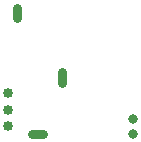
<source format=gbs>
G04 Layer: BottomSolderMaskLayer*
G04 EasyEDA v6.4.5, 2020-09-20T16:18:12--7:00*
G04 bc100e7cdeee4e5aa78747fa08b5d3d3,abbdd1fb948b472fab9dcc4573dbb586,10*
G04 Gerber Generator version 0.2*
G04 Scale: 100 percent, Rotated: No, Reflected: No *
G04 Dimensions in millimeters *
G04 leading zeros omitted , absolute positions ,3 integer and 3 decimal *
%FSLAX33Y33*%
%MOMM*%
G90*
G71D02*

%ADD18C,0.803199*%
%ADD19C,0.853211*%

%LPD*%
G54D18*
G01X2896Y2413D02*
G01X3816Y2413D01*
G01X5461Y7626D02*
G01X5461Y6706D01*
G01X1651Y13105D02*
G01X1651Y12185D01*
G54D19*
G01X889Y4445D03*
G01X889Y5842D03*
G54D18*
G01X11430Y2413D03*
G54D19*
G01X889Y3048D03*
G54D18*
G01X11430Y3683D03*
M00*
M02*

</source>
